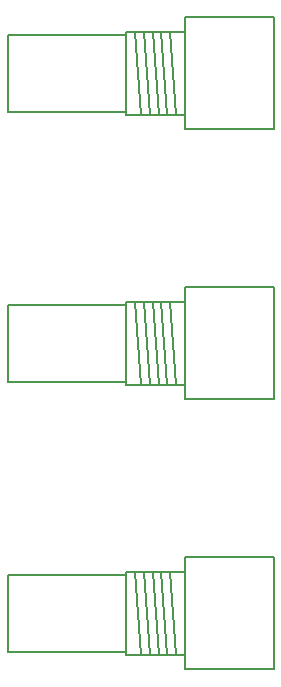
<source format=gbr>
G04 EAGLE Gerber RS-274X export*
G75*
%MOMM*%
%FSLAX34Y34*%
%LPD*%
%INSilkscreen Bottom*%
%IPPOS*%
%AMOC8*
5,1,8,0,0,1.08239X$1,22.5*%
G01*
%ADD10C,0.203200*%


D10*
X74650Y530100D02*
X74650Y435100D01*
X74650Y530100D02*
X-350Y530100D01*
X-350Y435100D01*
X74650Y435100D01*
X-30350Y447600D02*
X-50350Y447600D01*
X-30350Y447600D02*
X-22850Y447600D01*
X-15350Y447600D01*
X-7850Y447600D01*
X-350Y447600D01*
X-35350Y517600D02*
X-50350Y517600D01*
X-35350Y517600D02*
X-27850Y517600D01*
X-20350Y517600D01*
X-12850Y517600D01*
X-350Y517600D01*
X-50350Y517600D02*
X-50350Y447600D01*
X-37850Y447600D02*
X-42850Y517600D01*
X-35350Y517600D02*
X-30350Y447600D01*
X-22850Y447600D02*
X-27850Y517600D01*
X-20350Y517600D02*
X-15350Y447600D01*
X-7850Y447600D02*
X-12850Y517600D01*
X-50350Y450100D02*
X-150350Y450100D01*
X-150350Y515100D02*
X-50350Y515100D01*
X-150350Y515100D02*
X-150350Y450100D01*
X74650Y892300D02*
X74650Y987300D01*
X-350Y987300D01*
X-350Y892300D01*
X74650Y892300D01*
X-30350Y904800D02*
X-50350Y904800D01*
X-30350Y904800D02*
X-22850Y904800D01*
X-15350Y904800D01*
X-7850Y904800D01*
X-350Y904800D01*
X-35350Y974800D02*
X-50350Y974800D01*
X-35350Y974800D02*
X-27850Y974800D01*
X-20350Y974800D01*
X-12850Y974800D01*
X-350Y974800D01*
X-50350Y974800D02*
X-50350Y904800D01*
X-37850Y904800D02*
X-42850Y974800D01*
X-35350Y974800D02*
X-30350Y904800D01*
X-22850Y904800D02*
X-27850Y974800D01*
X-20350Y974800D02*
X-15350Y904800D01*
X-7850Y904800D02*
X-12850Y974800D01*
X-50350Y907300D02*
X-150350Y907300D01*
X-150350Y972300D02*
X-50350Y972300D01*
X-150350Y972300D02*
X-150350Y907300D01*
X74650Y758700D02*
X74650Y663700D01*
X74650Y758700D02*
X-350Y758700D01*
X-350Y663700D01*
X74650Y663700D01*
X-30350Y676200D02*
X-50350Y676200D01*
X-30350Y676200D02*
X-22850Y676200D01*
X-15350Y676200D01*
X-7850Y676200D01*
X-350Y676200D01*
X-35350Y746200D02*
X-50350Y746200D01*
X-35350Y746200D02*
X-27850Y746200D01*
X-20350Y746200D01*
X-12850Y746200D01*
X-350Y746200D01*
X-50350Y746200D02*
X-50350Y676200D01*
X-37850Y676200D02*
X-42850Y746200D01*
X-35350Y746200D02*
X-30350Y676200D01*
X-22850Y676200D02*
X-27850Y746200D01*
X-20350Y746200D02*
X-15350Y676200D01*
X-7850Y676200D02*
X-12850Y746200D01*
X-50350Y678700D02*
X-150350Y678700D01*
X-150350Y743700D02*
X-50350Y743700D01*
X-150350Y743700D02*
X-150350Y678700D01*
M02*

</source>
